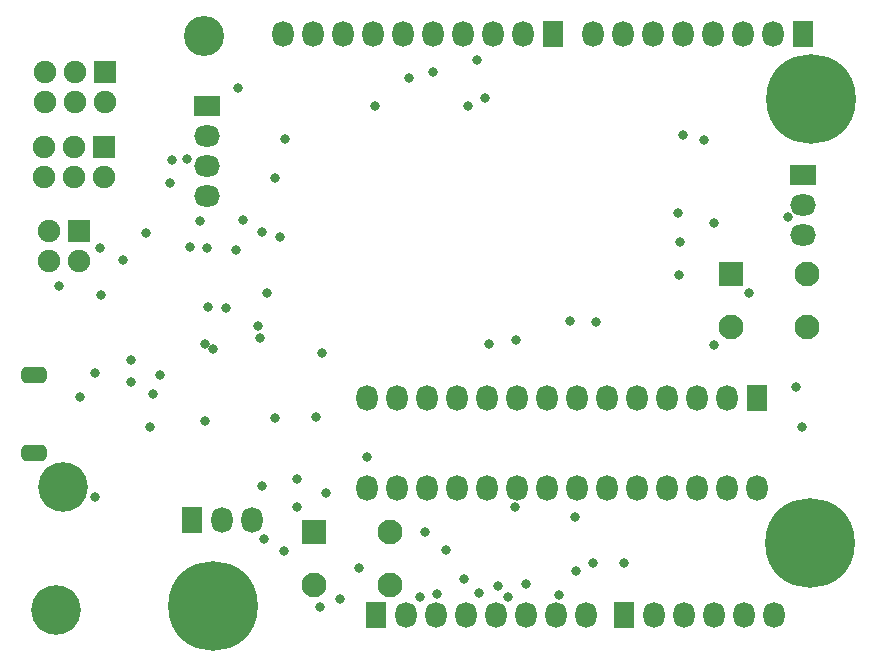
<source format=gbs>
G04*
G04 #@! TF.GenerationSoftware,Altium Limited,Altium Designer,20.2.4 (192)*
G04*
G04 Layer_Color=16711935*
%FSLAX44Y44*%
%MOMM*%
G71*
G04*
G04 #@! TF.SameCoordinates,CA4B6327-8C8C-4F40-9CFE-90DE2028BA09*
G04*
G04*
G04 #@! TF.FilePolarity,Negative*
G04*
G01*
G75*
%ADD54C,3.4000*%
%ADD55C,4.2000*%
%ADD56O,1.8000X2.2000*%
%ADD57R,1.8000X2.2000*%
%ADD58O,2.2000X1.8000*%
%ADD59R,2.2000X1.8000*%
%ADD60C,7.6000*%
%ADD61C,1.9000*%
%ADD62R,1.9000X1.9000*%
%ADD63C,2.1000*%
%ADD64R,2.1000X2.1000*%
G04:AMPARAMS|DCode=65|XSize=2.2mm|YSize=1.4mm|CornerRadius=0.46mm|HoleSize=0mm|Usage=FLASHONLY|Rotation=0.000|XOffset=0mm|YOffset=0mm|HoleType=Round|Shape=RoundedRectangle|*
%AMROUNDEDRECTD65*
21,1,2.2000,0.4800,0,0,0.0*
21,1,1.2800,1.4000,0,0,0.0*
1,1,0.9200,0.6400,-0.2400*
1,1,0.9200,-0.6400,-0.2400*
1,1,0.9200,-0.6400,0.2400*
1,1,0.9200,0.6400,0.2400*
%
%ADD65ROUNDEDRECTD65*%
%ADD66C,0.8000*%
D54*
X152400Y508000D02*
D03*
D55*
X33000Y126000D02*
D03*
X27000Y22000D02*
D03*
D56*
X219202Y509778D02*
D03*
X244602D02*
D03*
X270002D02*
D03*
X295402D02*
D03*
X320802D02*
D03*
X346202D02*
D03*
X371602D02*
D03*
X397002D02*
D03*
X422402D02*
D03*
X323342Y18034D02*
D03*
X348742D02*
D03*
X374142D02*
D03*
X399542D02*
D03*
X424942D02*
D03*
X450342D02*
D03*
X475742D02*
D03*
X633984Y510032D02*
D03*
X608584D02*
D03*
X583184D02*
D03*
X557784D02*
D03*
X532384D02*
D03*
X506984D02*
D03*
X481584D02*
D03*
X635254Y18288D02*
D03*
X609854D02*
D03*
X584454D02*
D03*
X559054D02*
D03*
X533654D02*
D03*
X193300Y98500D02*
D03*
X167900D02*
D03*
X595250Y201930D02*
D03*
X569850D02*
D03*
X544450D02*
D03*
X519050D02*
D03*
X493650D02*
D03*
X468250D02*
D03*
X442850D02*
D03*
X417450D02*
D03*
X392050D02*
D03*
X366650D02*
D03*
X341250D02*
D03*
X315850D02*
D03*
X290450D02*
D03*
X620650Y125730D02*
D03*
X595250D02*
D03*
X569850D02*
D03*
X544450D02*
D03*
X519050D02*
D03*
X493650D02*
D03*
X468250D02*
D03*
X442850D02*
D03*
X417450D02*
D03*
X392050D02*
D03*
X366650D02*
D03*
X341250D02*
D03*
X315850D02*
D03*
X290450D02*
D03*
D57*
X447802Y509778D02*
D03*
X297942Y18034D02*
D03*
X659384Y510032D02*
D03*
X508254Y18288D02*
D03*
X142500Y98500D02*
D03*
X620650Y201930D02*
D03*
D58*
X155000Y372700D02*
D03*
Y398100D02*
D03*
Y423500D02*
D03*
X659250Y339700D02*
D03*
Y365100D02*
D03*
D59*
X155000Y448900D02*
D03*
X659250Y390500D02*
D03*
D60*
X159700Y25400D02*
D03*
X666000Y454500D02*
D03*
X665000Y79250D02*
D03*
D61*
X42418Y414020D02*
D03*
X17018D02*
D03*
X42418Y388620D02*
D03*
X17018D02*
D03*
X67818D02*
D03*
X43180Y477774D02*
D03*
X17780D02*
D03*
X43180Y452374D02*
D03*
X17780D02*
D03*
X68580D02*
D03*
X21250Y343500D02*
D03*
Y318100D02*
D03*
X46650D02*
D03*
D62*
X67818Y414020D02*
D03*
X68580Y477774D02*
D03*
X46650Y343500D02*
D03*
D63*
X310122Y88032D02*
D03*
Y43032D02*
D03*
X245122D02*
D03*
X663250Y306500D02*
D03*
Y261500D02*
D03*
X598250D02*
D03*
D64*
X245122Y88032D02*
D03*
X598250Y306500D02*
D03*
D65*
X8550Y155000D02*
D03*
Y221000D02*
D03*
D66*
X646750Y355000D02*
D03*
X283306Y57500D02*
D03*
X267750Y31250D02*
D03*
X247000Y186000D02*
D03*
X410000Y33000D02*
D03*
X339496Y88212D02*
D03*
X653750Y210721D02*
D03*
X583750Y349750D02*
D03*
X149250Y351700D02*
D03*
X170750Y278250D02*
D03*
X155500Y278750D02*
D03*
X115000Y221000D02*
D03*
X452750Y34620D02*
D03*
X384750Y36500D02*
D03*
X401000Y42750D02*
D03*
X201550Y127050D02*
D03*
X555750Y333500D02*
D03*
X416750Y250500D02*
D03*
X554228Y306022D02*
D03*
X467000Y55000D02*
D03*
X198000Y262382D02*
D03*
X613750Y290500D02*
D03*
X425250Y44000D02*
D03*
X256000Y121000D02*
D03*
X250853Y25047D02*
D03*
X206000Y291000D02*
D03*
X199750Y252500D02*
D03*
X481500Y62000D02*
D03*
X90250Y215000D02*
D03*
Y233750D02*
D03*
X212718Y184532D02*
D03*
X153000Y182000D02*
D03*
X231000Y132984D02*
D03*
X60000Y118000D02*
D03*
X349250Y35672D02*
D03*
X372612Y48154D02*
D03*
X462000Y267000D02*
D03*
X584000Y247000D02*
D03*
X554000Y358000D02*
D03*
X103562Y341562D02*
D03*
X140462Y329946D02*
D03*
X155000Y329000D02*
D03*
X290000Y152000D02*
D03*
X109024Y205000D02*
D03*
X65000Y289000D02*
D03*
X203000Y82000D02*
D03*
X508088Y61912D02*
D03*
X466500Y100584D02*
D03*
X335000Y33000D02*
D03*
X83652Y318822D02*
D03*
X484378Y265938D02*
D03*
X60452Y223012D02*
D03*
X47752Y202946D02*
D03*
X357378Y73406D02*
D03*
X201168Y341884D02*
D03*
X393750Y247500D02*
D03*
X231140Y109474D02*
D03*
X212598Y388112D02*
D03*
X219710Y72136D02*
D03*
X221250Y420894D02*
D03*
X125222Y403352D02*
D03*
X137922Y403860D02*
D03*
X658876Y177292D02*
D03*
X415544Y109220D02*
D03*
X216916Y338328D02*
D03*
X160132Y243167D02*
D03*
X575969Y420013D02*
D03*
X123698Y383540D02*
D03*
X252222Y240030D02*
D03*
X64516Y328422D02*
D03*
X181000Y464497D02*
D03*
X557784Y424434D02*
D03*
X29210Y296418D02*
D03*
X153189Y247142D02*
D03*
X179832Y327406D02*
D03*
X297017Y449052D02*
D03*
X389890Y455422D02*
D03*
X376174Y449052D02*
D03*
X383286Y487934D02*
D03*
X325882Y473052D02*
D03*
X345944Y477516D02*
D03*
X185623Y351998D02*
D03*
X106214Y177250D02*
D03*
M02*

</source>
